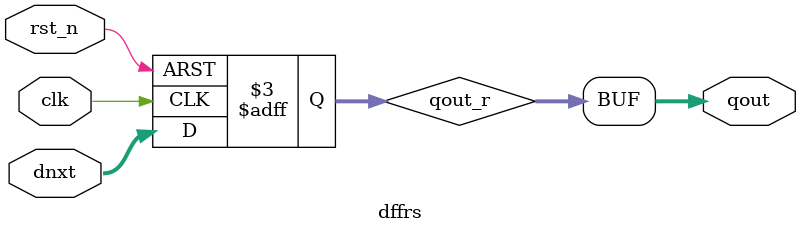
<source format=v>
`timescale 1ns / 1ps

module syncer# (
  parameter DP = 2,
  parameter DW = 32,
  parameter RST_VAL = {DW{1'b0}}
) (
  input  [DW-1:0] din_a,
  output [DW-1:0] dout,

  input           rst_n,
  input           clk
);

  wire [DW-1:0] sync_dat [DP-1:0];

  genvar i;

  generate
  for(i=0;i<DP;i=i+1) begin:gen_sync
    if(i==0) begin:gen_i_is_0
      dffrs #(DW, RST_VAL) sync_dffrs(din_a,         sync_dat[0], clk, rst_n);
    end
    else begin:gen_i_is_not_0
      dffrs #(DW, RST_VAL) sync_dffrs(sync_dat[i-1], sync_dat[i], clk, rst_n);
    end
  end
  endgenerate

  assign dout = sync_dat[DP-1];
endmodule



module dffrs # (
  parameter DW   = 32
, parameter [DW-1:0]  RST  = {DW{1'b1}}
) (
  input      [DW-1:0] dnxt,
  output     [DW-1:0] qout,

  input               clk,
  input               rst_n
);
reg [DW-1:0] qout_r;

always @(posedge clk or negedge rst_n)
begin : DFF_PROC
  if (rst_n == 1'b0)
    qout_r <= RST;
  else
    qout_r <= dnxt;
end

assign qout = qout_r[DW-1:0];

endmodule

</source>
